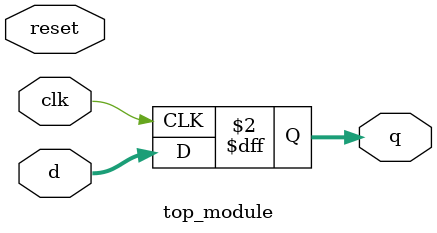
<source format=sv>
module top_module (
    input clk,
    input reset,            // Synchronous reset
    input [7:0] d,
    output [7:0] q
);
    always @(posedge clk) begin
        q = d;
    end
endmodule
</source>
